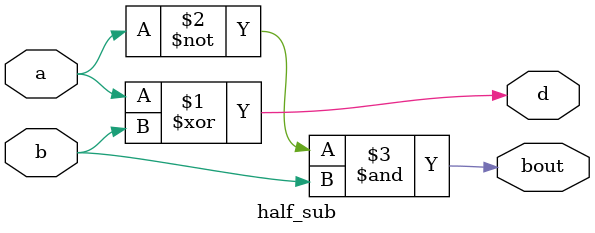
<source format=v>
`timescale 1ns / 1ps

module half_sub(d,bout,a,b);
output d,bout;
input a,b;

assign d=a^b;
assign bout=(~a)&b;

endmodule

</source>
